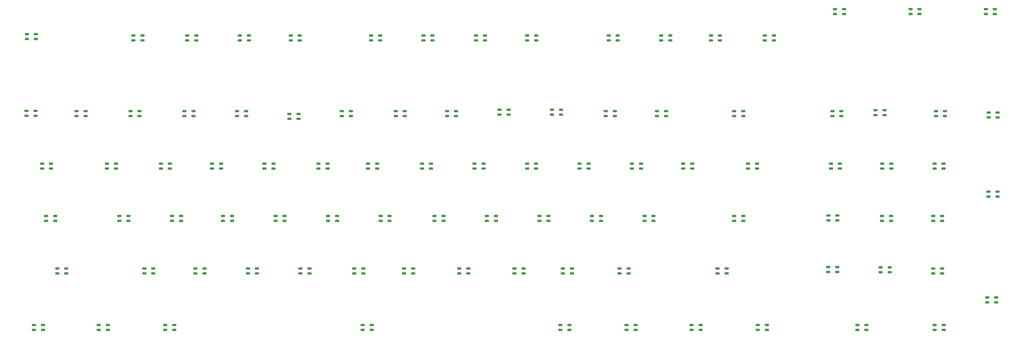
<source format=gbr>
%TF.GenerationSoftware,KiCad,Pcbnew,8.0.5*%
%TF.CreationDate,2024-11-10T22:51:29+11:00*%
%TF.ProjectId,keyboard,6b657962-6f61-4726-942e-6b696361645f,rev?*%
%TF.SameCoordinates,Original*%
%TF.FileFunction,Paste,Top*%
%TF.FilePolarity,Positive*%
%FSLAX46Y46*%
G04 Gerber Fmt 4.6, Leading zero omitted, Abs format (unit mm)*
G04 Created by KiCad (PCBNEW 8.0.5) date 2024-11-10 22:51:29*
%MOMM*%
%LPD*%
G01*
G04 APERTURE LIST*
G04 Aperture macros list*
%AMRoundRect*
0 Rectangle with rounded corners*
0 $1 Rounding radius*
0 $2 $3 $4 $5 $6 $7 $8 $9 X,Y pos of 4 corners*
0 Add a 4 corners polygon primitive as box body*
4,1,4,$2,$3,$4,$5,$6,$7,$8,$9,$2,$3,0*
0 Add four circle primitives for the rounded corners*
1,1,$1+$1,$2,$3*
1,1,$1+$1,$4,$5*
1,1,$1+$1,$6,$7*
1,1,$1+$1,$8,$9*
0 Add four rect primitives between the rounded corners*
20,1,$1+$1,$2,$3,$4,$5,0*
20,1,$1+$1,$4,$5,$6,$7,0*
20,1,$1+$1,$6,$7,$8,$9,0*
20,1,$1+$1,$8,$9,$2,$3,0*%
G04 Aperture macros list end*
%ADD10RoundRect,0.200000X-0.550000X-0.200000X0.550000X-0.200000X0.550000X0.200000X-0.550000X0.200000X0*%
G04 APERTURE END LIST*
D10*
%TO.C,D94*%
X377910000Y-32610000D03*
X377910000Y-34390000D03*
X381190000Y-34390000D03*
X381190000Y-32610000D03*
%TD*%
%TO.C,D93*%
X353915000Y-32610000D03*
X353915000Y-34390000D03*
X350635000Y-34390000D03*
X350635000Y-32610000D03*
%TD*%
%TO.C,D91*%
X359410000Y-147110000D03*
X359410000Y-148890000D03*
X362690000Y-148890000D03*
X362690000Y-147110000D03*
%TD*%
%TO.C,D90*%
X331410000Y-147110000D03*
X331410000Y-148890000D03*
X334690000Y-148890000D03*
X334690000Y-147110000D03*
%TD*%
%TO.C,D89*%
X295410000Y-147110000D03*
X295410000Y-148890000D03*
X298690000Y-148890000D03*
X298690000Y-147110000D03*
%TD*%
%TO.C,D88*%
X271410000Y-147110000D03*
X271410000Y-148890000D03*
X274690000Y-148890000D03*
X274690000Y-147110000D03*
%TD*%
%TO.C,D87*%
X247910000Y-147110000D03*
X247910000Y-148890000D03*
X251190000Y-148890000D03*
X251190000Y-147110000D03*
%TD*%
%TO.C,D86*%
X223910000Y-147110000D03*
X223910000Y-148890000D03*
X227190000Y-148890000D03*
X227190000Y-147110000D03*
%TD*%
%TO.C,D85*%
X152360000Y-147110000D03*
X152360000Y-148890000D03*
X155640000Y-148890000D03*
X155640000Y-147110000D03*
%TD*%
%TO.C,D84*%
X80910000Y-147110000D03*
X80910000Y-148890000D03*
X84190000Y-148890000D03*
X84190000Y-147110000D03*
%TD*%
%TO.C,D83*%
X56910000Y-147110000D03*
X56910000Y-148890000D03*
X60190000Y-148890000D03*
X60190000Y-147110000D03*
%TD*%
%TO.C,D82*%
X33410000Y-147110000D03*
X33410000Y-148890000D03*
X36690000Y-148890000D03*
X36690000Y-147110000D03*
%TD*%
%TO.C,D81*%
X378410000Y-137110000D03*
X378410000Y-138890000D03*
X381690000Y-138890000D03*
X381690000Y-137110000D03*
%TD*%
%TO.C,D80*%
X358860000Y-126610000D03*
X358860000Y-128390000D03*
X362140000Y-128390000D03*
X362140000Y-126610000D03*
%TD*%
%TO.C,D79*%
X339860000Y-126260000D03*
X339860000Y-128040000D03*
X343140000Y-128040000D03*
X343140000Y-126260000D03*
%TD*%
%TO.C,D78*%
X320860000Y-126110000D03*
X320860000Y-127890000D03*
X324140000Y-127890000D03*
X324140000Y-126110000D03*
%TD*%
%TO.C,D77*%
X280860000Y-126610000D03*
X280860000Y-128390000D03*
X284140000Y-128390000D03*
X284140000Y-126610000D03*
%TD*%
%TO.C,D76*%
X245360000Y-126610000D03*
X245360000Y-128390000D03*
X248640000Y-128390000D03*
X248640000Y-126610000D03*
%TD*%
%TO.C,D75*%
X224860000Y-126610000D03*
X224860000Y-128390000D03*
X228140000Y-128390000D03*
X228140000Y-126610000D03*
%TD*%
%TO.C,D74*%
X207360000Y-126610000D03*
X207360000Y-128390000D03*
X210640000Y-128390000D03*
X210640000Y-126610000D03*
%TD*%
%TO.C,D73*%
X187360000Y-126610000D03*
X187360000Y-128390000D03*
X190640000Y-128390000D03*
X190640000Y-126610000D03*
%TD*%
%TO.C,D72*%
X167360000Y-126610000D03*
X167360000Y-128390000D03*
X170640000Y-128390000D03*
X170640000Y-126610000D03*
%TD*%
%TO.C,D70*%
X129860000Y-126610000D03*
X129860000Y-128390000D03*
X133140000Y-128390000D03*
X133140000Y-126610000D03*
%TD*%
%TO.C,D69*%
X110860000Y-126610000D03*
X110860000Y-128390000D03*
X114140000Y-128390000D03*
X114140000Y-126610000D03*
%TD*%
%TO.C,D68*%
X91860000Y-126610000D03*
X91860000Y-128390000D03*
X95140000Y-128390000D03*
X95140000Y-126610000D03*
%TD*%
%TO.C,D66*%
X41860000Y-126610000D03*
X41860000Y-128390000D03*
X45140000Y-128390000D03*
X45140000Y-126610000D03*
%TD*%
%TO.C,D65*%
X358860000Y-107610000D03*
X358860000Y-109390000D03*
X362140000Y-109390000D03*
X362140000Y-107610000D03*
%TD*%
%TO.C,D64*%
X340360000Y-107610000D03*
X340360000Y-109390000D03*
X343640000Y-109390000D03*
X343640000Y-107610000D03*
%TD*%
%TO.C,D63*%
X320910000Y-107410000D03*
X320910000Y-109190000D03*
X324190000Y-109190000D03*
X324190000Y-107410000D03*
%TD*%
%TO.C,D61*%
X257640000Y-107610000D03*
X257640000Y-109390000D03*
X254360000Y-109390000D03*
X254360000Y-107610000D03*
%TD*%
%TO.C,D60*%
X238640000Y-107610000D03*
X238640000Y-109390000D03*
X235360000Y-109390000D03*
X235360000Y-107610000D03*
%TD*%
%TO.C,D59*%
X219640000Y-107610000D03*
X219640000Y-109390000D03*
X216360000Y-109390000D03*
X216360000Y-107610000D03*
%TD*%
%TO.C,D58*%
X200640000Y-107610000D03*
X200640000Y-109390000D03*
X197360000Y-109390000D03*
X197360000Y-107610000D03*
%TD*%
%TO.C,D57*%
X181640000Y-107610000D03*
X181640000Y-109390000D03*
X178360000Y-109390000D03*
X178360000Y-107610000D03*
%TD*%
%TO.C,D56*%
X162140000Y-107610000D03*
X162140000Y-109390000D03*
X158860000Y-109390000D03*
X158860000Y-107610000D03*
%TD*%
%TO.C,D55*%
X143140000Y-107610000D03*
X143140000Y-109390000D03*
X139860000Y-109390000D03*
X139860000Y-107610000D03*
%TD*%
%TO.C,D54*%
X124140000Y-107610000D03*
X124140000Y-109390000D03*
X120860000Y-109390000D03*
X120860000Y-107610000D03*
%TD*%
%TO.C,D53*%
X105140000Y-107610000D03*
X105140000Y-109390000D03*
X101860000Y-109390000D03*
X101860000Y-107610000D03*
%TD*%
%TO.C,D52*%
X86640000Y-107610000D03*
X86640000Y-109390000D03*
X83360000Y-109390000D03*
X83360000Y-107610000D03*
%TD*%
%TO.C,D51*%
X67640000Y-107610000D03*
X67640000Y-109390000D03*
X64360000Y-109390000D03*
X64360000Y-107610000D03*
%TD*%
%TO.C,D50*%
X41140000Y-107610000D03*
X41140000Y-109390000D03*
X37860000Y-109390000D03*
X37860000Y-107610000D03*
%TD*%
%TO.C,D49*%
X378860000Y-98760000D03*
X378860000Y-100540000D03*
X382140000Y-100540000D03*
X382140000Y-98760000D03*
%TD*%
%TO.C,D48*%
X359360000Y-88610000D03*
X359360000Y-90390000D03*
X362640000Y-90390000D03*
X362640000Y-88610000D03*
%TD*%
%TO.C,D47*%
X343690000Y-88610000D03*
X343690000Y-90390000D03*
X340410000Y-90390000D03*
X340410000Y-88610000D03*
%TD*%
%TO.C,D46*%
X321860000Y-88610000D03*
X321860000Y-90390000D03*
X325140000Y-90390000D03*
X325140000Y-88610000D03*
%TD*%
%TO.C,D45*%
X291860000Y-88610000D03*
X291860000Y-90390000D03*
X295140000Y-90390000D03*
X295140000Y-88610000D03*
%TD*%
%TO.C,D44*%
X268360000Y-88610000D03*
X268360000Y-90390000D03*
X271640000Y-90390000D03*
X271640000Y-88610000D03*
%TD*%
%TO.C,D43*%
X249860000Y-88610000D03*
X249860000Y-90390000D03*
X253140000Y-90390000D03*
X253140000Y-88610000D03*
%TD*%
%TO.C,D42*%
X230860000Y-88610000D03*
X230860000Y-90390000D03*
X234140000Y-90390000D03*
X234140000Y-88610000D03*
%TD*%
%TO.C,D41*%
X211860000Y-88610000D03*
X211860000Y-90390000D03*
X215140000Y-90390000D03*
X215140000Y-88610000D03*
%TD*%
%TO.C,D40*%
X192860000Y-88610000D03*
X192860000Y-90390000D03*
X196140000Y-90390000D03*
X196140000Y-88610000D03*
%TD*%
%TO.C,D39*%
X173860000Y-88610000D03*
X173860000Y-90390000D03*
X177140000Y-90390000D03*
X177140000Y-88610000D03*
%TD*%
%TO.C,D38*%
X154360000Y-88610000D03*
X154360000Y-90390000D03*
X157640000Y-90390000D03*
X157640000Y-88610000D03*
%TD*%
%TO.C,D37*%
X136360000Y-88610000D03*
X136360000Y-90390000D03*
X139640000Y-90390000D03*
X139640000Y-88610000D03*
%TD*%
%TO.C,D35*%
X97860000Y-88610000D03*
X97860000Y-90390000D03*
X101140000Y-90390000D03*
X101140000Y-88610000D03*
%TD*%
%TO.C,D34*%
X79360000Y-88610000D03*
X79360000Y-90390000D03*
X82640000Y-90390000D03*
X82640000Y-88610000D03*
%TD*%
%TO.C,D33*%
X59860000Y-88610000D03*
X59860000Y-90390000D03*
X63140000Y-90390000D03*
X63140000Y-88610000D03*
%TD*%
%TO.C,D32*%
X36360000Y-88610000D03*
X36360000Y-90390000D03*
X39640000Y-90390000D03*
X39640000Y-88610000D03*
%TD*%
%TO.C,D31*%
X378910000Y-70110000D03*
X378910000Y-71890000D03*
X382190000Y-71890000D03*
X382190000Y-70110000D03*
%TD*%
%TO.C,D30*%
X359860000Y-69610000D03*
X359860000Y-71390000D03*
X363140000Y-71390000D03*
X363140000Y-69610000D03*
%TD*%
%TO.C,D29*%
X337972500Y-69272500D03*
X337972500Y-71052500D03*
X341252500Y-71052500D03*
X341252500Y-69272500D03*
%TD*%
%TO.C,D28*%
X322360000Y-69610000D03*
X322360000Y-71390000D03*
X325640000Y-71390000D03*
X325640000Y-69610000D03*
%TD*%
%TO.C,D27*%
X286860000Y-69610000D03*
X286860000Y-71390000D03*
X290140000Y-71390000D03*
X290140000Y-69610000D03*
%TD*%
%TO.C,D26*%
X258910000Y-69610000D03*
X258910000Y-71390000D03*
X262190000Y-71390000D03*
X262190000Y-69610000D03*
%TD*%
%TO.C,D25*%
X240360000Y-69610000D03*
X240360000Y-71390000D03*
X243640000Y-71390000D03*
X243640000Y-69610000D03*
%TD*%
%TO.C,D24*%
X220910000Y-69110000D03*
X220910000Y-70890000D03*
X224190000Y-70890000D03*
X224190000Y-69110000D03*
%TD*%
%TO.C,D23*%
X201910000Y-69110000D03*
X201910000Y-70890000D03*
X205190000Y-70890000D03*
X205190000Y-69110000D03*
%TD*%
%TO.C,D22*%
X182910000Y-69610000D03*
X182910000Y-71390000D03*
X186190000Y-71390000D03*
X186190000Y-69610000D03*
%TD*%
%TO.C,D21*%
X164360000Y-69610000D03*
X164360000Y-71390000D03*
X167640000Y-71390000D03*
X167640000Y-69610000D03*
%TD*%
%TO.C,D20*%
X144860000Y-69610000D03*
X144860000Y-71390000D03*
X148140000Y-71390000D03*
X148140000Y-69610000D03*
%TD*%
%TO.C,D19*%
X125910000Y-70610000D03*
X125910000Y-72390000D03*
X129190000Y-72390000D03*
X129190000Y-70610000D03*
%TD*%
%TO.C,D18*%
X106910000Y-69610000D03*
X106910000Y-71390000D03*
X110190000Y-71390000D03*
X110190000Y-69610000D03*
%TD*%
%TO.C,D16*%
X68360000Y-69610000D03*
X68360000Y-71390000D03*
X71640000Y-71390000D03*
X71640000Y-69610000D03*
%TD*%
%TO.C,D15*%
X48860000Y-69610000D03*
X48860000Y-71390000D03*
X52140000Y-71390000D03*
X52140000Y-69610000D03*
%TD*%
%TO.C,D14*%
X30720000Y-69500000D03*
X30720000Y-71280000D03*
X34000000Y-71280000D03*
X34000000Y-69500000D03*
%TD*%
%TO.C,D13*%
X297910000Y-42110000D03*
X297910000Y-43890000D03*
X301190000Y-43890000D03*
X301190000Y-42110000D03*
%TD*%
%TO.C,D12*%
X278410000Y-42110000D03*
X278410000Y-43890000D03*
X281690000Y-43890000D03*
X281690000Y-42110000D03*
%TD*%
%TO.C,D11*%
X260410000Y-42110000D03*
X260410000Y-43890000D03*
X263690000Y-43890000D03*
X263690000Y-42110000D03*
%TD*%
%TO.C,D10*%
X241410000Y-42110000D03*
X241410000Y-43890000D03*
X244690000Y-43890000D03*
X244690000Y-42110000D03*
%TD*%
%TO.C,D9*%
X211910000Y-42110000D03*
X211910000Y-43890000D03*
X215190000Y-43890000D03*
X215190000Y-42110000D03*
%TD*%
%TO.C,D8*%
X193410000Y-42110000D03*
X193410000Y-43890000D03*
X196690000Y-43890000D03*
X196690000Y-42110000D03*
%TD*%
%TO.C,D7*%
X174360000Y-42110000D03*
X174360000Y-43890000D03*
X177640000Y-43890000D03*
X177640000Y-42110000D03*
%TD*%
%TO.C,D6*%
X155410000Y-42110000D03*
X155410000Y-43890000D03*
X158690000Y-43890000D03*
X158690000Y-42110000D03*
%TD*%
%TO.C,D5*%
X126360000Y-42110000D03*
X126360000Y-43890000D03*
X129640000Y-43890000D03*
X129640000Y-42110000D03*
%TD*%
%TO.C,D4*%
X107910000Y-42110000D03*
X107910000Y-43890000D03*
X111190000Y-43890000D03*
X111190000Y-42110000D03*
%TD*%
%TO.C,D3*%
X88860000Y-42110000D03*
X88860000Y-43890000D03*
X92140000Y-43890000D03*
X92140000Y-42110000D03*
%TD*%
%TO.C,D2*%
X69410000Y-42110000D03*
X69410000Y-43890000D03*
X72690000Y-43890000D03*
X72690000Y-42110000D03*
%TD*%
%TO.C,D1*%
X30860000Y-41610000D03*
X30860000Y-43390000D03*
X34140000Y-43390000D03*
X34140000Y-41610000D03*
%TD*%
%TO.C,D92*%
X323360000Y-32610000D03*
X323360000Y-34390000D03*
X326640000Y-34390000D03*
X326640000Y-32610000D03*
%TD*%
%TO.C,D36*%
X116860000Y-88610000D03*
X116860000Y-90390000D03*
X120140000Y-90390000D03*
X120140000Y-88610000D03*
%TD*%
%TO.C,D71*%
X149360000Y-126610000D03*
X149360000Y-128390000D03*
X152640000Y-128390000D03*
X152640000Y-126610000D03*
%TD*%
%TO.C,D17*%
X87860000Y-69610000D03*
X87860000Y-71390000D03*
X91140000Y-71390000D03*
X91140000Y-69610000D03*
%TD*%
%TO.C,D62*%
X290140000Y-107610000D03*
X290140000Y-109390000D03*
X286860000Y-109390000D03*
X286860000Y-107610000D03*
%TD*%
%TO.C,D67*%
X73360000Y-126610000D03*
X73360000Y-128390000D03*
X76640000Y-128390000D03*
X76640000Y-126610000D03*
%TD*%
M02*

</source>
